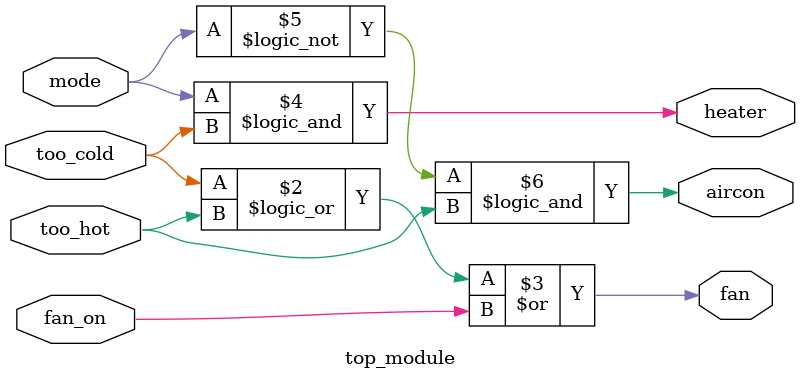
<source format=sv>
module top_module(
    input mode,
    input too_cold, 
    input too_hot,
    input fan_on,
    output reg heater,
    output reg aircon,
    output reg fan
);

always @(*) begin
    // Control the fan
    fan = (too_cold || too_hot) | fan_on;

    // Control the heater
    heater = (mode && too_cold);

    // Control the air conditioner
    aircon = (!mode && too_hot);
end

endmodule

</source>
